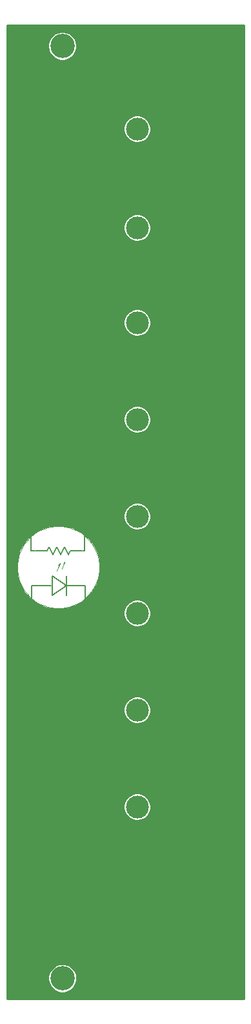
<source format=gtl>
G04 (created by PCBNEW-RS274X (2012-01-19 BZR 3256)-stable) date 12/6/2012 8:31:16 PM*
G01*
G70*
G90*
%MOIN*%
G04 Gerber Fmt 3.4, Leading zero omitted, Abs format*
%FSLAX34Y34*%
G04 APERTURE LIST*
%ADD10C,0.006000*%
%ADD11C,0.008000*%
%ADD12C,0.004000*%
%ADD13C,0.126000*%
%ADD14C,0.118100*%
%ADD15C,0.320000*%
%ADD16C,0.010000*%
G04 APERTURE END LIST*
G54D10*
G54D11*
X06450Y-54375D02*
X06450Y-53650D01*
X09200Y-54375D02*
X09200Y-53600D01*
X09225Y-56175D02*
X08275Y-56175D01*
X09225Y-56825D02*
X09225Y-56175D01*
X06475Y-56175D02*
X06475Y-56825D01*
X09100Y-54375D02*
X09200Y-54375D01*
X06500Y-54375D02*
X06450Y-54375D01*
X06650Y-54375D02*
X06500Y-54375D01*
G54D12*
X06351Y-53726D02*
X06226Y-53862D01*
X06113Y-54009D01*
X06014Y-54165D01*
X05928Y-54329D01*
X05857Y-54500D01*
X05802Y-54677D01*
X05762Y-54857D01*
X05738Y-55041D01*
X05729Y-55225D01*
X05738Y-55409D01*
X05762Y-55593D01*
X05802Y-55773D01*
X05857Y-55950D01*
X05928Y-56121D01*
X06014Y-56285D01*
X06113Y-56441D01*
X06226Y-56588D01*
X06351Y-56724D01*
X09349Y-56724D02*
X09474Y-56588D01*
X09587Y-56441D01*
X09686Y-56285D01*
X09772Y-56121D01*
X09843Y-55950D01*
X09898Y-55773D01*
X09938Y-55593D01*
X09962Y-55409D01*
X09971Y-55225D01*
X09962Y-55041D01*
X09938Y-54857D01*
X09898Y-54677D01*
X09843Y-54500D01*
X09772Y-54329D01*
X09686Y-54165D01*
X09587Y-54009D01*
X09474Y-53862D01*
X09349Y-53726D01*
X06351Y-56724D02*
X06487Y-56849D01*
X06634Y-56962D01*
X06790Y-57061D01*
X06954Y-57147D01*
X07125Y-57218D01*
X07302Y-57273D01*
X07482Y-57313D01*
X07666Y-57337D01*
X07850Y-57346D01*
X08034Y-57337D01*
X08218Y-57313D01*
X08398Y-57273D01*
X08575Y-57218D01*
X08746Y-57147D01*
X08910Y-57061D01*
X09066Y-56962D01*
X09213Y-56849D01*
X09349Y-56724D01*
X09349Y-53726D02*
X09213Y-53601D01*
X09066Y-53488D01*
X08910Y-53389D01*
X08746Y-53303D01*
X08575Y-53232D01*
X08398Y-53177D01*
X08218Y-53137D01*
X08034Y-53113D01*
X07850Y-53104D01*
X07666Y-53113D01*
X07482Y-53137D01*
X07302Y-53177D01*
X07125Y-53232D01*
X06954Y-53303D01*
X06790Y-53389D01*
X06634Y-53488D01*
X06487Y-53601D01*
X06351Y-53726D01*
X08150Y-55075D02*
X08175Y-54950D01*
X08100Y-55050D02*
X08150Y-55075D01*
X08175Y-54950D02*
X08100Y-55050D01*
X08025Y-55325D02*
X08175Y-54950D01*
X07775Y-55400D02*
X07925Y-55025D01*
X07925Y-55025D02*
X07850Y-55125D01*
X07850Y-55125D02*
X07900Y-55150D01*
X07900Y-55150D02*
X07925Y-55025D01*
G54D11*
X06975Y-56175D02*
X06475Y-56175D01*
X07175Y-54375D02*
X07275Y-54375D01*
X07275Y-54375D02*
X07375Y-54175D01*
X07475Y-56175D02*
X06975Y-56175D01*
X07375Y-54175D02*
X07575Y-54575D01*
X07575Y-54575D02*
X07775Y-54175D01*
X07775Y-54175D02*
X07975Y-54575D01*
X07975Y-54575D02*
X08175Y-54175D01*
X08175Y-54175D02*
X08375Y-54575D01*
X08375Y-54575D02*
X08475Y-54375D01*
X08475Y-54375D02*
X09075Y-54375D01*
X06675Y-54375D02*
X07175Y-54375D01*
X08275Y-55675D02*
X08275Y-56675D01*
X07525Y-56675D02*
X07525Y-55675D01*
X07525Y-55675D02*
X08275Y-56175D01*
X08275Y-56175D02*
X07525Y-56675D01*
G54D13*
X08070Y-76446D03*
G54D14*
X11925Y-32600D03*
X11925Y-37700D03*
X11925Y-67600D03*
X11925Y-62600D03*
X11925Y-57600D03*
X11925Y-52600D03*
X11925Y-47600D03*
X11925Y-42600D03*
G54D13*
X08060Y-28316D03*
G54D15*
X08225Y-35075D03*
X14425Y-35075D03*
X14425Y-65075D03*
X08225Y-70075D03*
X14425Y-60075D03*
X14425Y-70075D03*
X14425Y-40075D03*
X08225Y-40075D03*
X14425Y-50075D03*
X14425Y-55075D03*
X14425Y-45075D03*
G54D10*
G36*
X17450Y-77500D02*
X17077Y-77500D01*
X17075Y-77500D01*
X12635Y-77500D01*
X12635Y-67530D01*
X12635Y-62530D01*
X12635Y-57530D01*
X12635Y-52530D01*
X12635Y-47530D01*
X12635Y-42530D01*
X12635Y-37630D01*
X12635Y-32530D01*
X12608Y-32393D01*
X12555Y-32265D01*
X12478Y-32149D01*
X12379Y-32050D01*
X12264Y-31972D01*
X12136Y-31918D01*
X11999Y-31890D01*
X11860Y-31890D01*
X11723Y-31916D01*
X11594Y-31968D01*
X11478Y-32044D01*
X11378Y-32142D01*
X11300Y-32257D01*
X11245Y-32385D01*
X11216Y-32521D01*
X11214Y-32660D01*
X11239Y-32797D01*
X11291Y-32926D01*
X11366Y-33043D01*
X11463Y-33144D01*
X11577Y-33223D01*
X11705Y-33279D01*
X11841Y-33308D01*
X11980Y-33311D01*
X12117Y-33287D01*
X12247Y-33237D01*
X12365Y-33162D01*
X12465Y-33066D01*
X12546Y-32952D01*
X12602Y-32825D01*
X12633Y-32689D01*
X12635Y-32530D01*
X12635Y-37630D01*
X12608Y-37493D01*
X12555Y-37365D01*
X12478Y-37249D01*
X12379Y-37150D01*
X12264Y-37072D01*
X12136Y-37018D01*
X11999Y-36990D01*
X11860Y-36990D01*
X11723Y-37016D01*
X11594Y-37068D01*
X11478Y-37144D01*
X11378Y-37242D01*
X11300Y-37357D01*
X11245Y-37485D01*
X11216Y-37621D01*
X11214Y-37760D01*
X11239Y-37897D01*
X11291Y-38026D01*
X11366Y-38143D01*
X11463Y-38244D01*
X11577Y-38323D01*
X11705Y-38379D01*
X11841Y-38408D01*
X11980Y-38411D01*
X12117Y-38387D01*
X12247Y-38337D01*
X12365Y-38262D01*
X12465Y-38166D01*
X12546Y-38052D01*
X12602Y-37925D01*
X12633Y-37789D01*
X12635Y-37630D01*
X12635Y-42530D01*
X12608Y-42393D01*
X12555Y-42265D01*
X12478Y-42149D01*
X12379Y-42050D01*
X12264Y-41972D01*
X12136Y-41918D01*
X11999Y-41890D01*
X11860Y-41890D01*
X11723Y-41916D01*
X11594Y-41968D01*
X11478Y-42044D01*
X11378Y-42142D01*
X11300Y-42257D01*
X11245Y-42385D01*
X11216Y-42521D01*
X11214Y-42660D01*
X11239Y-42797D01*
X11291Y-42926D01*
X11366Y-43043D01*
X11463Y-43144D01*
X11577Y-43223D01*
X11705Y-43279D01*
X11841Y-43308D01*
X11980Y-43311D01*
X12117Y-43287D01*
X12247Y-43237D01*
X12365Y-43162D01*
X12465Y-43066D01*
X12546Y-42952D01*
X12602Y-42825D01*
X12633Y-42689D01*
X12635Y-42530D01*
X12635Y-47530D01*
X12608Y-47393D01*
X12555Y-47265D01*
X12478Y-47149D01*
X12379Y-47050D01*
X12264Y-46972D01*
X12136Y-46918D01*
X11999Y-46890D01*
X11860Y-46890D01*
X11723Y-46916D01*
X11594Y-46968D01*
X11478Y-47044D01*
X11378Y-47142D01*
X11300Y-47257D01*
X11245Y-47385D01*
X11216Y-47521D01*
X11214Y-47660D01*
X11239Y-47797D01*
X11291Y-47926D01*
X11366Y-48043D01*
X11463Y-48144D01*
X11577Y-48223D01*
X11705Y-48279D01*
X11841Y-48308D01*
X11980Y-48311D01*
X12117Y-48287D01*
X12247Y-48237D01*
X12365Y-48162D01*
X12465Y-48066D01*
X12546Y-47952D01*
X12602Y-47825D01*
X12633Y-47689D01*
X12635Y-47530D01*
X12635Y-52530D01*
X12608Y-52393D01*
X12555Y-52265D01*
X12478Y-52149D01*
X12379Y-52050D01*
X12264Y-51972D01*
X12136Y-51918D01*
X11999Y-51890D01*
X11860Y-51890D01*
X11723Y-51916D01*
X11594Y-51968D01*
X11478Y-52044D01*
X11378Y-52142D01*
X11300Y-52257D01*
X11245Y-52385D01*
X11216Y-52521D01*
X11214Y-52660D01*
X11239Y-52797D01*
X11291Y-52926D01*
X11366Y-53043D01*
X11463Y-53144D01*
X11577Y-53223D01*
X11705Y-53279D01*
X11841Y-53308D01*
X11980Y-53311D01*
X12117Y-53287D01*
X12247Y-53237D01*
X12365Y-53162D01*
X12465Y-53066D01*
X12546Y-52952D01*
X12602Y-52825D01*
X12633Y-52689D01*
X12635Y-52530D01*
X12635Y-57530D01*
X12608Y-57393D01*
X12555Y-57265D01*
X12478Y-57149D01*
X12379Y-57050D01*
X12264Y-56972D01*
X12136Y-56918D01*
X11999Y-56890D01*
X11860Y-56890D01*
X11723Y-56916D01*
X11594Y-56968D01*
X11478Y-57044D01*
X11378Y-57142D01*
X11300Y-57257D01*
X11245Y-57385D01*
X11216Y-57521D01*
X11214Y-57660D01*
X11239Y-57797D01*
X11291Y-57926D01*
X11366Y-58043D01*
X11463Y-58144D01*
X11577Y-58223D01*
X11705Y-58279D01*
X11841Y-58308D01*
X11980Y-58311D01*
X12117Y-58287D01*
X12247Y-58237D01*
X12365Y-58162D01*
X12465Y-58066D01*
X12546Y-57952D01*
X12602Y-57825D01*
X12633Y-57689D01*
X12635Y-57530D01*
X12635Y-62530D01*
X12608Y-62393D01*
X12555Y-62265D01*
X12478Y-62149D01*
X12379Y-62050D01*
X12264Y-61972D01*
X12136Y-61918D01*
X11999Y-61890D01*
X11860Y-61890D01*
X11723Y-61916D01*
X11594Y-61968D01*
X11478Y-62044D01*
X11378Y-62142D01*
X11300Y-62257D01*
X11245Y-62385D01*
X11216Y-62521D01*
X11214Y-62660D01*
X11239Y-62797D01*
X11291Y-62926D01*
X11366Y-63043D01*
X11463Y-63144D01*
X11577Y-63223D01*
X11705Y-63279D01*
X11841Y-63308D01*
X11980Y-63311D01*
X12117Y-63287D01*
X12247Y-63237D01*
X12365Y-63162D01*
X12465Y-63066D01*
X12546Y-62952D01*
X12602Y-62825D01*
X12633Y-62689D01*
X12635Y-62530D01*
X12635Y-67530D01*
X12608Y-67393D01*
X12555Y-67265D01*
X12478Y-67149D01*
X12379Y-67050D01*
X12264Y-66972D01*
X12136Y-66918D01*
X11999Y-66890D01*
X11860Y-66890D01*
X11723Y-66916D01*
X11594Y-66968D01*
X11478Y-67044D01*
X11378Y-67142D01*
X11300Y-67257D01*
X11245Y-67385D01*
X11216Y-67521D01*
X11214Y-67660D01*
X11239Y-67797D01*
X11291Y-67926D01*
X11366Y-68043D01*
X11463Y-68144D01*
X11577Y-68223D01*
X11705Y-68279D01*
X11841Y-68308D01*
X11980Y-68311D01*
X12117Y-68287D01*
X12247Y-68237D01*
X12365Y-68162D01*
X12465Y-68066D01*
X12546Y-67952D01*
X12602Y-67825D01*
X12633Y-67689D01*
X12635Y-67530D01*
X12635Y-77500D01*
X10041Y-77500D01*
X10041Y-55225D01*
X10041Y-55212D01*
X10041Y-55211D01*
X10039Y-55203D01*
X10038Y-55198D01*
X09999Y-54799D01*
X09996Y-54786D01*
X09996Y-54785D01*
X09875Y-54391D01*
X09875Y-54390D01*
X09870Y-54377D01*
X09870Y-54376D01*
X09866Y-54370D01*
X09675Y-54013D01*
X09675Y-54012D01*
X09670Y-54005D01*
X09668Y-54001D01*
X09667Y-54000D01*
X09406Y-53684D01*
X09404Y-53681D01*
X09399Y-53676D01*
X09397Y-53673D01*
X09396Y-53673D01*
X09394Y-53670D01*
X09391Y-53668D01*
X09386Y-53663D01*
X09383Y-53661D01*
X09383Y-53660D01*
X09062Y-53400D01*
X09051Y-53392D01*
X09047Y-53390D01*
X08809Y-53264D01*
X08809Y-28243D01*
X08781Y-28099D01*
X08725Y-27963D01*
X08643Y-27841D01*
X08540Y-27736D01*
X08418Y-27654D01*
X08283Y-27597D01*
X08139Y-27568D01*
X07992Y-27567D01*
X07848Y-27594D01*
X07712Y-27649D01*
X07589Y-27729D01*
X07484Y-27832D01*
X07401Y-27953D01*
X07343Y-28088D01*
X07312Y-28232D01*
X07310Y-28379D01*
X07336Y-28523D01*
X07390Y-28660D01*
X07470Y-28783D01*
X07572Y-28889D01*
X07692Y-28973D01*
X07827Y-29032D01*
X07970Y-29063D01*
X08117Y-29066D01*
X08262Y-29041D01*
X08399Y-28988D01*
X08523Y-28909D01*
X08629Y-28808D01*
X08714Y-28688D01*
X08774Y-28554D01*
X08807Y-28411D01*
X08809Y-28243D01*
X08809Y-53264D01*
X08686Y-53200D01*
X08685Y-53199D01*
X08672Y-53193D01*
X08665Y-53192D01*
X08275Y-53076D01*
X08264Y-53073D01*
X08262Y-53073D01*
X08261Y-53073D01*
X07850Y-53034D01*
X07837Y-53034D01*
X07836Y-53034D01*
X07827Y-53035D01*
X07424Y-53076D01*
X07410Y-53079D01*
X07015Y-53200D01*
X07001Y-53205D01*
X06995Y-53208D01*
X06637Y-53400D01*
X06630Y-53404D01*
X06626Y-53407D01*
X06625Y-53408D01*
X06306Y-53671D01*
X06301Y-53675D01*
X06298Y-53678D01*
X06295Y-53681D01*
X06293Y-53683D01*
X06291Y-53686D01*
X06288Y-53689D01*
X06285Y-53692D01*
X06025Y-54013D01*
X06017Y-54024D01*
X06015Y-54027D01*
X05824Y-54390D01*
X05818Y-54403D01*
X05817Y-54409D01*
X05701Y-54800D01*
X05698Y-54810D01*
X05698Y-54813D01*
X05698Y-54814D01*
X05659Y-55225D01*
X05659Y-55238D01*
X05659Y-55239D01*
X05701Y-55651D01*
X05704Y-55665D01*
X05705Y-55667D01*
X05825Y-56060D01*
X05830Y-56073D01*
X06025Y-56437D01*
X06032Y-56449D01*
X06037Y-56454D01*
X06042Y-56459D01*
X06293Y-56765D01*
X06296Y-56769D01*
X06302Y-56776D01*
X06303Y-56777D01*
X06305Y-56780D01*
X06308Y-56782D01*
X06313Y-56786D01*
X06314Y-56786D01*
X06316Y-56789D01*
X06317Y-56789D01*
X06324Y-56795D01*
X06388Y-56847D01*
X06392Y-56859D01*
X06400Y-56875D01*
X06411Y-56888D01*
X06425Y-56900D01*
X06440Y-56908D01*
X06457Y-56913D01*
X06471Y-56914D01*
X06637Y-57050D01*
X06648Y-57057D01*
X06649Y-57058D01*
X07014Y-57250D01*
X07015Y-57251D01*
X07022Y-57253D01*
X07027Y-57256D01*
X07028Y-57256D01*
X07041Y-57259D01*
X07424Y-57373D01*
X07425Y-57374D01*
X07434Y-57376D01*
X07437Y-57377D01*
X07438Y-57377D01*
X07849Y-57415D01*
X07850Y-57416D01*
X07863Y-57416D01*
X07864Y-57416D01*
X08276Y-57374D01*
X08289Y-57371D01*
X08290Y-57371D01*
X08292Y-57369D01*
X08302Y-57366D01*
X08684Y-57250D01*
X08685Y-57250D01*
X08697Y-57245D01*
X08698Y-57245D01*
X09062Y-57050D01*
X09074Y-57043D01*
X09074Y-57042D01*
X09079Y-57037D01*
X09084Y-57033D01*
X09390Y-56782D01*
X09394Y-56779D01*
X09401Y-56773D01*
X09402Y-56772D01*
X09405Y-56770D01*
X09407Y-56766D01*
X09408Y-56764D01*
X09411Y-56762D01*
X09411Y-56760D01*
X09414Y-56759D01*
X09414Y-56758D01*
X09420Y-56751D01*
X09420Y-56750D01*
X09674Y-56438D01*
X09675Y-56438D01*
X09682Y-56427D01*
X09683Y-56426D01*
X09688Y-56414D01*
X09875Y-56061D01*
X09876Y-56060D01*
X09878Y-56053D01*
X09881Y-56048D01*
X09881Y-56047D01*
X09884Y-56034D01*
X09998Y-55651D01*
X09999Y-55650D01*
X10001Y-55641D01*
X10002Y-55638D01*
X10002Y-55637D01*
X10040Y-55226D01*
X10041Y-55225D01*
X10041Y-77500D01*
X08819Y-77500D01*
X08819Y-76373D01*
X08791Y-76229D01*
X08735Y-76093D01*
X08653Y-75971D01*
X08550Y-75866D01*
X08428Y-75784D01*
X08293Y-75727D01*
X08149Y-75698D01*
X08002Y-75697D01*
X07858Y-75724D01*
X07722Y-75779D01*
X07599Y-75859D01*
X07494Y-75962D01*
X07411Y-76083D01*
X07353Y-76218D01*
X07322Y-76362D01*
X07320Y-76509D01*
X07346Y-76653D01*
X07400Y-76790D01*
X07480Y-76913D01*
X07582Y-77019D01*
X07702Y-77103D01*
X07837Y-77162D01*
X07980Y-77193D01*
X08127Y-77196D01*
X08272Y-77171D01*
X08409Y-77118D01*
X08533Y-77039D01*
X08639Y-76938D01*
X08724Y-76818D01*
X08784Y-76684D01*
X08817Y-76541D01*
X08819Y-76373D01*
X08819Y-77500D01*
X05200Y-77500D01*
X05200Y-33627D01*
X05200Y-33625D01*
X05200Y-27250D01*
X17073Y-27250D01*
X17075Y-27250D01*
X17450Y-27250D01*
X17450Y-77500D01*
X17450Y-77500D01*
G37*
G54D16*
X17450Y-77500D02*
X17077Y-77500D01*
X17075Y-77500D01*
X12635Y-77500D01*
X12635Y-67530D01*
X12635Y-62530D01*
X12635Y-57530D01*
X12635Y-52530D01*
X12635Y-47530D01*
X12635Y-42530D01*
X12635Y-37630D01*
X12635Y-32530D01*
X12608Y-32393D01*
X12555Y-32265D01*
X12478Y-32149D01*
X12379Y-32050D01*
X12264Y-31972D01*
X12136Y-31918D01*
X11999Y-31890D01*
X11860Y-31890D01*
X11723Y-31916D01*
X11594Y-31968D01*
X11478Y-32044D01*
X11378Y-32142D01*
X11300Y-32257D01*
X11245Y-32385D01*
X11216Y-32521D01*
X11214Y-32660D01*
X11239Y-32797D01*
X11291Y-32926D01*
X11366Y-33043D01*
X11463Y-33144D01*
X11577Y-33223D01*
X11705Y-33279D01*
X11841Y-33308D01*
X11980Y-33311D01*
X12117Y-33287D01*
X12247Y-33237D01*
X12365Y-33162D01*
X12465Y-33066D01*
X12546Y-32952D01*
X12602Y-32825D01*
X12633Y-32689D01*
X12635Y-32530D01*
X12635Y-37630D01*
X12608Y-37493D01*
X12555Y-37365D01*
X12478Y-37249D01*
X12379Y-37150D01*
X12264Y-37072D01*
X12136Y-37018D01*
X11999Y-36990D01*
X11860Y-36990D01*
X11723Y-37016D01*
X11594Y-37068D01*
X11478Y-37144D01*
X11378Y-37242D01*
X11300Y-37357D01*
X11245Y-37485D01*
X11216Y-37621D01*
X11214Y-37760D01*
X11239Y-37897D01*
X11291Y-38026D01*
X11366Y-38143D01*
X11463Y-38244D01*
X11577Y-38323D01*
X11705Y-38379D01*
X11841Y-38408D01*
X11980Y-38411D01*
X12117Y-38387D01*
X12247Y-38337D01*
X12365Y-38262D01*
X12465Y-38166D01*
X12546Y-38052D01*
X12602Y-37925D01*
X12633Y-37789D01*
X12635Y-37630D01*
X12635Y-42530D01*
X12608Y-42393D01*
X12555Y-42265D01*
X12478Y-42149D01*
X12379Y-42050D01*
X12264Y-41972D01*
X12136Y-41918D01*
X11999Y-41890D01*
X11860Y-41890D01*
X11723Y-41916D01*
X11594Y-41968D01*
X11478Y-42044D01*
X11378Y-42142D01*
X11300Y-42257D01*
X11245Y-42385D01*
X11216Y-42521D01*
X11214Y-42660D01*
X11239Y-42797D01*
X11291Y-42926D01*
X11366Y-43043D01*
X11463Y-43144D01*
X11577Y-43223D01*
X11705Y-43279D01*
X11841Y-43308D01*
X11980Y-43311D01*
X12117Y-43287D01*
X12247Y-43237D01*
X12365Y-43162D01*
X12465Y-43066D01*
X12546Y-42952D01*
X12602Y-42825D01*
X12633Y-42689D01*
X12635Y-42530D01*
X12635Y-47530D01*
X12608Y-47393D01*
X12555Y-47265D01*
X12478Y-47149D01*
X12379Y-47050D01*
X12264Y-46972D01*
X12136Y-46918D01*
X11999Y-46890D01*
X11860Y-46890D01*
X11723Y-46916D01*
X11594Y-46968D01*
X11478Y-47044D01*
X11378Y-47142D01*
X11300Y-47257D01*
X11245Y-47385D01*
X11216Y-47521D01*
X11214Y-47660D01*
X11239Y-47797D01*
X11291Y-47926D01*
X11366Y-48043D01*
X11463Y-48144D01*
X11577Y-48223D01*
X11705Y-48279D01*
X11841Y-48308D01*
X11980Y-48311D01*
X12117Y-48287D01*
X12247Y-48237D01*
X12365Y-48162D01*
X12465Y-48066D01*
X12546Y-47952D01*
X12602Y-47825D01*
X12633Y-47689D01*
X12635Y-47530D01*
X12635Y-52530D01*
X12608Y-52393D01*
X12555Y-52265D01*
X12478Y-52149D01*
X12379Y-52050D01*
X12264Y-51972D01*
X12136Y-51918D01*
X11999Y-51890D01*
X11860Y-51890D01*
X11723Y-51916D01*
X11594Y-51968D01*
X11478Y-52044D01*
X11378Y-52142D01*
X11300Y-52257D01*
X11245Y-52385D01*
X11216Y-52521D01*
X11214Y-52660D01*
X11239Y-52797D01*
X11291Y-52926D01*
X11366Y-53043D01*
X11463Y-53144D01*
X11577Y-53223D01*
X11705Y-53279D01*
X11841Y-53308D01*
X11980Y-53311D01*
X12117Y-53287D01*
X12247Y-53237D01*
X12365Y-53162D01*
X12465Y-53066D01*
X12546Y-52952D01*
X12602Y-52825D01*
X12633Y-52689D01*
X12635Y-52530D01*
X12635Y-57530D01*
X12608Y-57393D01*
X12555Y-57265D01*
X12478Y-57149D01*
X12379Y-57050D01*
X12264Y-56972D01*
X12136Y-56918D01*
X11999Y-56890D01*
X11860Y-56890D01*
X11723Y-56916D01*
X11594Y-56968D01*
X11478Y-57044D01*
X11378Y-57142D01*
X11300Y-57257D01*
X11245Y-57385D01*
X11216Y-57521D01*
X11214Y-57660D01*
X11239Y-57797D01*
X11291Y-57926D01*
X11366Y-58043D01*
X11463Y-58144D01*
X11577Y-58223D01*
X11705Y-58279D01*
X11841Y-58308D01*
X11980Y-58311D01*
X12117Y-58287D01*
X12247Y-58237D01*
X12365Y-58162D01*
X12465Y-58066D01*
X12546Y-57952D01*
X12602Y-57825D01*
X12633Y-57689D01*
X12635Y-57530D01*
X12635Y-62530D01*
X12608Y-62393D01*
X12555Y-62265D01*
X12478Y-62149D01*
X12379Y-62050D01*
X12264Y-61972D01*
X12136Y-61918D01*
X11999Y-61890D01*
X11860Y-61890D01*
X11723Y-61916D01*
X11594Y-61968D01*
X11478Y-62044D01*
X11378Y-62142D01*
X11300Y-62257D01*
X11245Y-62385D01*
X11216Y-62521D01*
X11214Y-62660D01*
X11239Y-62797D01*
X11291Y-62926D01*
X11366Y-63043D01*
X11463Y-63144D01*
X11577Y-63223D01*
X11705Y-63279D01*
X11841Y-63308D01*
X11980Y-63311D01*
X12117Y-63287D01*
X12247Y-63237D01*
X12365Y-63162D01*
X12465Y-63066D01*
X12546Y-62952D01*
X12602Y-62825D01*
X12633Y-62689D01*
X12635Y-62530D01*
X12635Y-67530D01*
X12608Y-67393D01*
X12555Y-67265D01*
X12478Y-67149D01*
X12379Y-67050D01*
X12264Y-66972D01*
X12136Y-66918D01*
X11999Y-66890D01*
X11860Y-66890D01*
X11723Y-66916D01*
X11594Y-66968D01*
X11478Y-67044D01*
X11378Y-67142D01*
X11300Y-67257D01*
X11245Y-67385D01*
X11216Y-67521D01*
X11214Y-67660D01*
X11239Y-67797D01*
X11291Y-67926D01*
X11366Y-68043D01*
X11463Y-68144D01*
X11577Y-68223D01*
X11705Y-68279D01*
X11841Y-68308D01*
X11980Y-68311D01*
X12117Y-68287D01*
X12247Y-68237D01*
X12365Y-68162D01*
X12465Y-68066D01*
X12546Y-67952D01*
X12602Y-67825D01*
X12633Y-67689D01*
X12635Y-67530D01*
X12635Y-77500D01*
X10041Y-77500D01*
X10041Y-55225D01*
X10041Y-55212D01*
X10041Y-55211D01*
X10039Y-55203D01*
X10038Y-55198D01*
X09999Y-54799D01*
X09996Y-54786D01*
X09996Y-54785D01*
X09875Y-54391D01*
X09875Y-54390D01*
X09870Y-54377D01*
X09870Y-54376D01*
X09866Y-54370D01*
X09675Y-54013D01*
X09675Y-54012D01*
X09670Y-54005D01*
X09668Y-54001D01*
X09667Y-54000D01*
X09406Y-53684D01*
X09404Y-53681D01*
X09399Y-53676D01*
X09397Y-53673D01*
X09396Y-53673D01*
X09394Y-53670D01*
X09391Y-53668D01*
X09386Y-53663D01*
X09383Y-53661D01*
X09383Y-53660D01*
X09062Y-53400D01*
X09051Y-53392D01*
X09047Y-53390D01*
X08809Y-53264D01*
X08809Y-28243D01*
X08781Y-28099D01*
X08725Y-27963D01*
X08643Y-27841D01*
X08540Y-27736D01*
X08418Y-27654D01*
X08283Y-27597D01*
X08139Y-27568D01*
X07992Y-27567D01*
X07848Y-27594D01*
X07712Y-27649D01*
X07589Y-27729D01*
X07484Y-27832D01*
X07401Y-27953D01*
X07343Y-28088D01*
X07312Y-28232D01*
X07310Y-28379D01*
X07336Y-28523D01*
X07390Y-28660D01*
X07470Y-28783D01*
X07572Y-28889D01*
X07692Y-28973D01*
X07827Y-29032D01*
X07970Y-29063D01*
X08117Y-29066D01*
X08262Y-29041D01*
X08399Y-28988D01*
X08523Y-28909D01*
X08629Y-28808D01*
X08714Y-28688D01*
X08774Y-28554D01*
X08807Y-28411D01*
X08809Y-28243D01*
X08809Y-53264D01*
X08686Y-53200D01*
X08685Y-53199D01*
X08672Y-53193D01*
X08665Y-53192D01*
X08275Y-53076D01*
X08264Y-53073D01*
X08262Y-53073D01*
X08261Y-53073D01*
X07850Y-53034D01*
X07837Y-53034D01*
X07836Y-53034D01*
X07827Y-53035D01*
X07424Y-53076D01*
X07410Y-53079D01*
X07015Y-53200D01*
X07001Y-53205D01*
X06995Y-53208D01*
X06637Y-53400D01*
X06630Y-53404D01*
X06626Y-53407D01*
X06625Y-53408D01*
X06306Y-53671D01*
X06301Y-53675D01*
X06298Y-53678D01*
X06295Y-53681D01*
X06293Y-53683D01*
X06291Y-53686D01*
X06288Y-53689D01*
X06285Y-53692D01*
X06025Y-54013D01*
X06017Y-54024D01*
X06015Y-54027D01*
X05824Y-54390D01*
X05818Y-54403D01*
X05817Y-54409D01*
X05701Y-54800D01*
X05698Y-54810D01*
X05698Y-54813D01*
X05698Y-54814D01*
X05659Y-55225D01*
X05659Y-55238D01*
X05659Y-55239D01*
X05701Y-55651D01*
X05704Y-55665D01*
X05705Y-55667D01*
X05825Y-56060D01*
X05830Y-56073D01*
X06025Y-56437D01*
X06032Y-56449D01*
X06037Y-56454D01*
X06042Y-56459D01*
X06293Y-56765D01*
X06296Y-56769D01*
X06302Y-56776D01*
X06303Y-56777D01*
X06305Y-56780D01*
X06308Y-56782D01*
X06313Y-56786D01*
X06314Y-56786D01*
X06316Y-56789D01*
X06317Y-56789D01*
X06324Y-56795D01*
X06388Y-56847D01*
X06392Y-56859D01*
X06400Y-56875D01*
X06411Y-56888D01*
X06425Y-56900D01*
X06440Y-56908D01*
X06457Y-56913D01*
X06471Y-56914D01*
X06637Y-57050D01*
X06648Y-57057D01*
X06649Y-57058D01*
X07014Y-57250D01*
X07015Y-57251D01*
X07022Y-57253D01*
X07027Y-57256D01*
X07028Y-57256D01*
X07041Y-57259D01*
X07424Y-57373D01*
X07425Y-57374D01*
X07434Y-57376D01*
X07437Y-57377D01*
X07438Y-57377D01*
X07849Y-57415D01*
X07850Y-57416D01*
X07863Y-57416D01*
X07864Y-57416D01*
X08276Y-57374D01*
X08289Y-57371D01*
X08290Y-57371D01*
X08292Y-57369D01*
X08302Y-57366D01*
X08684Y-57250D01*
X08685Y-57250D01*
X08697Y-57245D01*
X08698Y-57245D01*
X09062Y-57050D01*
X09074Y-57043D01*
X09074Y-57042D01*
X09079Y-57037D01*
X09084Y-57033D01*
X09390Y-56782D01*
X09394Y-56779D01*
X09401Y-56773D01*
X09402Y-56772D01*
X09405Y-56770D01*
X09407Y-56766D01*
X09408Y-56764D01*
X09411Y-56762D01*
X09411Y-56760D01*
X09414Y-56759D01*
X09414Y-56758D01*
X09420Y-56751D01*
X09420Y-56750D01*
X09674Y-56438D01*
X09675Y-56438D01*
X09682Y-56427D01*
X09683Y-56426D01*
X09688Y-56414D01*
X09875Y-56061D01*
X09876Y-56060D01*
X09878Y-56053D01*
X09881Y-56048D01*
X09881Y-56047D01*
X09884Y-56034D01*
X09998Y-55651D01*
X09999Y-55650D01*
X10001Y-55641D01*
X10002Y-55638D01*
X10002Y-55637D01*
X10040Y-55226D01*
X10041Y-55225D01*
X10041Y-77500D01*
X08819Y-77500D01*
X08819Y-76373D01*
X08791Y-76229D01*
X08735Y-76093D01*
X08653Y-75971D01*
X08550Y-75866D01*
X08428Y-75784D01*
X08293Y-75727D01*
X08149Y-75698D01*
X08002Y-75697D01*
X07858Y-75724D01*
X07722Y-75779D01*
X07599Y-75859D01*
X07494Y-75962D01*
X07411Y-76083D01*
X07353Y-76218D01*
X07322Y-76362D01*
X07320Y-76509D01*
X07346Y-76653D01*
X07400Y-76790D01*
X07480Y-76913D01*
X07582Y-77019D01*
X07702Y-77103D01*
X07837Y-77162D01*
X07980Y-77193D01*
X08127Y-77196D01*
X08272Y-77171D01*
X08409Y-77118D01*
X08533Y-77039D01*
X08639Y-76938D01*
X08724Y-76818D01*
X08784Y-76684D01*
X08817Y-76541D01*
X08819Y-76373D01*
X08819Y-77500D01*
X05200Y-77500D01*
X05200Y-33627D01*
X05200Y-33625D01*
X05200Y-27250D01*
X17073Y-27250D01*
X17075Y-27250D01*
X17450Y-27250D01*
X17450Y-77500D01*
M02*

</source>
